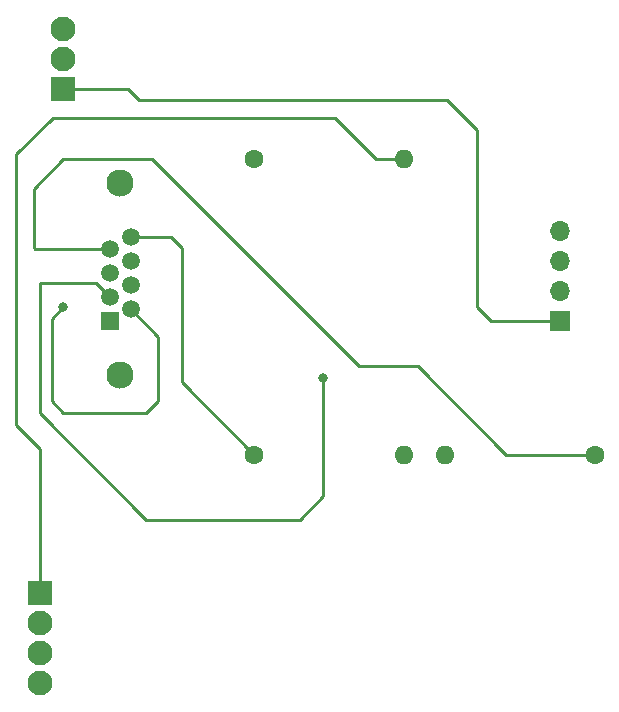
<source format=gbl>
%TF.GenerationSoftware,KiCad,Pcbnew,(6.0.0-0)*%
%TF.CreationDate,2022-04-18T16:48:19+01:00*%
%TF.ProjectId,acnode-reader-direct,61636e6f-6465-42d7-9265-616465722d64,rev?*%
%TF.SameCoordinates,Original*%
%TF.FileFunction,Copper,L2,Bot*%
%TF.FilePolarity,Positive*%
%FSLAX46Y46*%
G04 Gerber Fmt 4.6, Leading zero omitted, Abs format (unit mm)*
G04 Created by KiCad (PCBNEW (6.0.0-0)) date 2022-04-18 16:48:19*
%MOMM*%
%LPD*%
G01*
G04 APERTURE LIST*
%TA.AperFunction,ComponentPad*%
%ADD10R,2.100000X2.100000*%
%TD*%
%TA.AperFunction,ComponentPad*%
%ADD11C,2.100000*%
%TD*%
%TA.AperFunction,ComponentPad*%
%ADD12R,1.500000X1.500000*%
%TD*%
%TA.AperFunction,ComponentPad*%
%ADD13C,1.500000*%
%TD*%
%TA.AperFunction,ComponentPad*%
%ADD14C,2.300000*%
%TD*%
%TA.AperFunction,ComponentPad*%
%ADD15C,1.600000*%
%TD*%
%TA.AperFunction,ComponentPad*%
%ADD16O,1.600000X1.600000*%
%TD*%
%TA.AperFunction,ComponentPad*%
%ADD17R,1.700000X1.700000*%
%TD*%
%TA.AperFunction,ComponentPad*%
%ADD18O,1.700000X1.700000*%
%TD*%
%TA.AperFunction,ViaPad*%
%ADD19C,0.800000*%
%TD*%
%TA.AperFunction,Conductor*%
%ADD20C,0.250000*%
%TD*%
G04 APERTURE END LIST*
D10*
%TO.P,J3,1,Pin_1*%
%TO.N,/GND*%
X85000000Y-56540000D03*
D11*
%TO.P,J3,2,Pin_2*%
%TO.N,/BTN*%
X85000000Y-54000000D03*
%TO.P,J3,3*%
%TO.N,/+5V_Vcc*%
X85000000Y-51460000D03*
%TD*%
D12*
%TO.P,J1,1*%
%TO.N,/+5V_Vcc*%
X88900000Y-76200000D03*
D13*
%TO.P,J1,2*%
%TO.N,/GND*%
X90680000Y-75184000D03*
%TO.P,J1,3*%
%TO.N,/PN532_TXD*%
X88900000Y-74168000D03*
%TO.P,J1,4*%
%TO.N,/CAT5_BLUE*%
X90680000Y-73152000D03*
%TO.P,J1,5*%
%TO.N,/BTN*%
X88900000Y-72136000D03*
%TO.P,J1,6*%
%TO.N,/PN532_RXD*%
X90680000Y-71120000D03*
%TO.P,J1,7*%
%TO.N,/CAT5_WHITE{slash}BROWN*%
X88900000Y-70104000D03*
%TO.P,J1,8*%
%TO.N,/CAT5_BROWN*%
X90680000Y-69088000D03*
D14*
%TO.P,J1,SH*%
%TO.N,N/C*%
X89790000Y-64510000D03*
X89790000Y-80770000D03*
%TD*%
D15*
%TO.P,R1,1*%
%TO.N,/CAT5_BLUE*%
X101150000Y-62500000D03*
D16*
%TO.P,R1,2*%
%TO.N,/LED_RED-*%
X113850000Y-62500000D03*
%TD*%
D11*
%TO.P,J2,4,Pin_4*%
%TO.N,/LED_BLUE-*%
X83000000Y-106805000D03*
%TO.P,J2,3,Pin_3*%
%TO.N,/LED_GREEN-*%
X83000000Y-104265000D03*
%TO.P,J2,2,Pin_2*%
%TO.N,/+5V_Vcc*%
X83000000Y-101725000D03*
D10*
%TO.P,J2,1,Pin_1*%
%TO.N,/LED_RED-*%
X83000000Y-99185000D03*
%TD*%
D15*
%TO.P,R2,1*%
%TO.N,/CAT5_WHITE{slash}BROWN*%
X130000000Y-87500000D03*
D16*
%TO.P,R2,2*%
%TO.N,/LED_GREEN-*%
X117300000Y-87500000D03*
%TD*%
D15*
%TO.P,R3,1*%
%TO.N,/CAT5_BROWN*%
X101150000Y-87500000D03*
D16*
%TO.P,R3,2*%
%TO.N,/LED_BLUE-*%
X113850000Y-87500000D03*
%TD*%
D17*
%TO.P,J4,1,Pin_1*%
%TO.N,/GND*%
X127000000Y-76200000D03*
D18*
%TO.P,J4,2,Pin_2*%
%TO.N,/+5V_Vcc*%
X127000000Y-73660000D03*
%TO.P,J4,3,Pin_3*%
%TO.N,/PN532_TXD*%
X127000000Y-71120000D03*
%TO.P,J4,4,Pin_4*%
%TO.N,/PN532_RXD*%
X127000000Y-68580000D03*
%TD*%
D19*
%TO.N,/PN532_TXD*%
X107000000Y-81000000D03*
%TO.N,/GND*%
X85000000Y-75000000D03*
%TD*%
D20*
%TO.N,/PN532_TXD*%
X107000000Y-91000000D02*
X105000000Y-93000000D01*
X88900000Y-74168000D02*
X87732000Y-73000000D01*
X105000000Y-93000000D02*
X92000000Y-93000000D01*
X83000000Y-73000000D02*
X83000000Y-84000000D01*
X107000000Y-81000000D02*
X107000000Y-91000000D01*
X83000000Y-84000000D02*
X92000000Y-93000000D01*
X87732000Y-73000000D02*
X83000000Y-73000000D01*
%TO.N,/GND*%
X117500000Y-57500000D02*
X120000000Y-60000000D01*
X85000000Y-84000000D02*
X84000000Y-83000000D01*
X85000000Y-56540000D02*
X90440000Y-56540000D01*
X91400000Y-57500000D02*
X117500000Y-57500000D01*
X93000000Y-83000000D02*
X92000000Y-84000000D01*
X120000000Y-60000000D02*
X120000000Y-75000000D01*
X93000000Y-77504000D02*
X93000000Y-83000000D01*
X84000000Y-83000000D02*
X84000000Y-76000000D01*
X84000000Y-76000000D02*
X85000000Y-75000000D01*
X121200000Y-76200000D02*
X127000000Y-76200000D01*
X90440000Y-56540000D02*
X91400000Y-57500000D01*
X92000000Y-84000000D02*
X85000000Y-84000000D01*
X120000000Y-75000000D02*
X121200000Y-76200000D01*
X90680000Y-75184000D02*
X93000000Y-77504000D01*
%TO.N,/CAT5_WHITE{slash}BROWN*%
X85000000Y-62500000D02*
X82500000Y-65000000D01*
X82500000Y-65000000D02*
X82500000Y-70000000D01*
X110000000Y-80000000D02*
X92500000Y-62500000D01*
X122500000Y-87500000D02*
X115000000Y-80000000D01*
X115000000Y-80000000D02*
X110000000Y-80000000D01*
X130000000Y-87500000D02*
X122500000Y-87500000D01*
X92500000Y-62500000D02*
X85000000Y-62500000D01*
X82500000Y-70000000D02*
X82604000Y-70104000D01*
X82604000Y-70104000D02*
X88900000Y-70104000D01*
%TO.N,/CAT5_BROWN*%
X95000000Y-81350000D02*
X95000000Y-72000000D01*
X95000000Y-70000000D02*
X94088000Y-69088000D01*
X95000000Y-72500000D02*
X95000000Y-70000000D01*
X94088000Y-69088000D02*
X90680000Y-69088000D01*
X101150000Y-87500000D02*
X95000000Y-81350000D01*
%TO.N,/LED_RED-*%
X108000000Y-59000000D02*
X111500000Y-62500000D01*
X111500000Y-62500000D02*
X113850000Y-62500000D01*
X83000000Y-99185000D02*
X83000000Y-87000000D01*
X84089398Y-59000000D02*
X108000000Y-59000000D01*
X81000000Y-62089398D02*
X84089398Y-59000000D01*
X81000000Y-85000000D02*
X81000000Y-62089398D01*
X83000000Y-87000000D02*
X81000000Y-85000000D01*
%TD*%
M02*

</source>
